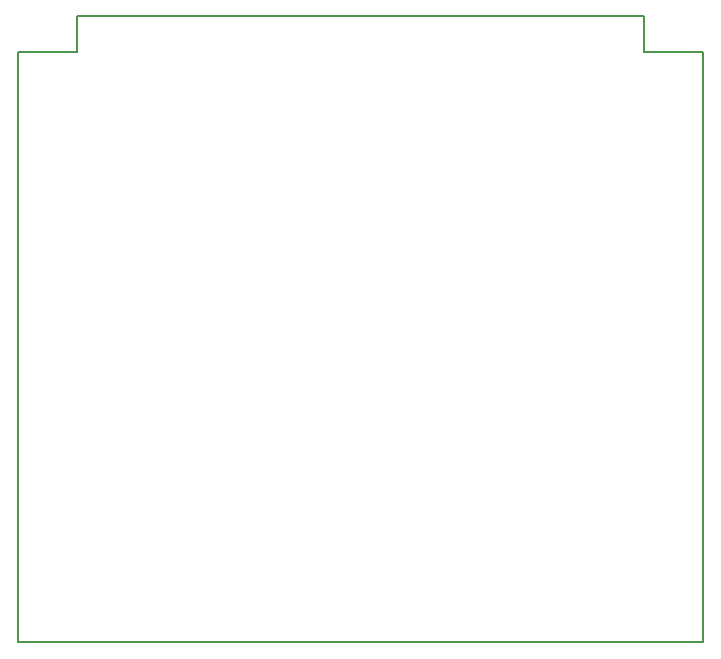
<source format=gbr>
G04 #@! TF.GenerationSoftware,KiCad,Pcbnew,(5.1.2-1)-1*
G04 #@! TF.CreationDate,2019-12-27T23:22:22-07:00*
G04 #@! TF.ProjectId,NuisanceEngine,4e756973-616e-4636-9545-6e67696e652e,rev?*
G04 #@! TF.SameCoordinates,Original*
G04 #@! TF.FileFunction,Profile,NP*
%FSLAX46Y46*%
G04 Gerber Fmt 4.6, Leading zero omitted, Abs format (unit mm)*
G04 Created by KiCad (PCBNEW (5.1.2-1)-1) date 2019-12-27 23:22:22*
%MOMM*%
%LPD*%
G04 APERTURE LIST*
%ADD10C,0.150000*%
G04 APERTURE END LIST*
D10*
X104000000Y-50000000D02*
X109000000Y-50000000D01*
X104000000Y-47000000D02*
X104000000Y-50000000D01*
X56000000Y-47000000D02*
X104000000Y-47000000D01*
X56000000Y-50000000D02*
X56000000Y-47000000D01*
X51000000Y-50000000D02*
X56000000Y-50000000D01*
X109000000Y-100000000D02*
X109000000Y-50000000D01*
X51000000Y-100000000D02*
X109000000Y-100000000D01*
X51000000Y-50000000D02*
X51000000Y-100000000D01*
M02*

</source>
